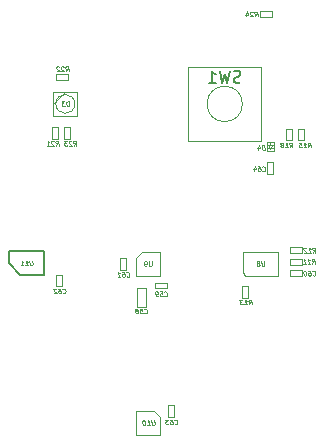
<source format=gbr>
G04 #@! TF.GenerationSoftware,KiCad,Pcbnew,(5.1.7)-1*
G04 #@! TF.CreationDate,2021-07-01T14:18:12+04:00*
G04 #@! TF.ProjectId,pcb-stm32wl,7063622d-7374-46d3-9332-776c2e6b6963,1.1*
G04 #@! TF.SameCoordinates,PX8f0d180PY6422c40*
G04 #@! TF.FileFunction,Other,Fab,Bot*
%FSLAX46Y46*%
G04 Gerber Fmt 4.6, Leading zero omitted, Abs format (unit mm)*
G04 Created by KiCad (PCBNEW (5.1.7)-1) date 2021-07-01 14:18:12*
%MOMM*%
%LPD*%
G01*
G04 APERTURE LIST*
%ADD10C,0.100000*%
%ADD11C,0.150000*%
%ADD12C,0.120000*%
G04 APERTURE END LIST*
D10*
X-992000Y-14538803D02*
X1008000Y-14538803D01*
X1008000Y-14538803D02*
X1008000Y-12538803D01*
X1008000Y-12538803D02*
X-492000Y-12538803D01*
X-492000Y-12538803D02*
X-992000Y-13038803D01*
X-992000Y-13038803D02*
X-992000Y-14538803D01*
D11*
X-10800000Y-14488803D02*
X-8800000Y-14488803D01*
X-8800000Y-14488803D02*
X-8800000Y-12488803D01*
X-8800000Y-12488803D02*
X-11800000Y-12488803D01*
X-11800000Y-12488803D02*
X-11800000Y-13488803D01*
X-11800000Y-13488803D02*
X-10800000Y-14488803D01*
D10*
X1025400Y-26512900D02*
X525400Y-26012900D01*
X1025400Y-28012900D02*
X1025400Y-26512900D01*
X-974600Y-28012900D02*
X1025400Y-28012900D01*
X-974600Y-26012900D02*
X-974600Y-28012900D01*
X525400Y-26012900D02*
X-974600Y-26012900D01*
D12*
X8012000Y-14227000D02*
X8012000Y-12527000D01*
X8012000Y-12527000D02*
X11012000Y-12527000D01*
X11012000Y-12527000D02*
X11012000Y-14527000D01*
X11012000Y-14527000D02*
X8212000Y-14527000D01*
X8012000Y-14227000D02*
X8212000Y-14527000D01*
D10*
X-8135000Y-2990000D02*
X-7595000Y-2990000D01*
X-7595000Y-2990000D02*
X-7595000Y-1940000D01*
X-7595000Y-1940000D02*
X-8135000Y-1940000D01*
X-8135000Y-1940000D02*
X-8135000Y-2990000D01*
X1614000Y-15621000D02*
X1614000Y-15121000D01*
X1614000Y-15121000D02*
X614000Y-15121000D01*
X614000Y-15121000D02*
X614000Y-15621000D01*
X614000Y-15621000D02*
X1614000Y-15621000D01*
X-930000Y-17180000D02*
X-130000Y-17180000D01*
X-130000Y-17180000D02*
X-130000Y-15580000D01*
X-130000Y-15580000D02*
X-930000Y-15580000D01*
X-930000Y-15580000D02*
X-930000Y-17180000D01*
X13010000Y-14580000D02*
X13010000Y-14080000D01*
X13010000Y-14080000D02*
X12010000Y-14080000D01*
X12010000Y-14080000D02*
X12010000Y-14580000D01*
X12010000Y-14580000D02*
X13010000Y-14580000D01*
X-1845000Y-13059000D02*
X-2345000Y-13059000D01*
X-2345000Y-13059000D02*
X-2345000Y-14059000D01*
X-2345000Y-14059000D02*
X-1845000Y-14059000D01*
X-1845000Y-14059000D02*
X-1845000Y-13059000D01*
X2203000Y-26509000D02*
X2203000Y-25509000D01*
X1703000Y-26509000D02*
X2203000Y-26509000D01*
X1703000Y-25509000D02*
X1703000Y-26509000D01*
X2203000Y-25509000D02*
X1703000Y-25509000D01*
X-7770000Y-14450000D02*
X-7770000Y-15450000D01*
X-7270000Y-14450000D02*
X-7770000Y-14450000D01*
X-7270000Y-15450000D02*
X-7270000Y-14450000D01*
X-7770000Y-15450000D02*
X-7270000Y-15450000D01*
X10100000Y-4950000D02*
X10100000Y-5950000D01*
X10600000Y-4950000D02*
X10100000Y-4950000D01*
X10600000Y-5950000D02*
X10600000Y-4950000D01*
X10100000Y-5950000D02*
X10600000Y-5950000D01*
X12014000Y-13619000D02*
X13014000Y-13619000D01*
X12014000Y-13119000D02*
X12014000Y-13619000D01*
X13014000Y-13119000D02*
X12014000Y-13119000D01*
X13014000Y-13619000D02*
X13014000Y-13119000D01*
X13204000Y-3088000D02*
X13204000Y-2088000D01*
X12704000Y-3088000D02*
X13204000Y-3088000D01*
X12704000Y-2088000D02*
X12704000Y-3088000D01*
X13204000Y-2088000D02*
X12704000Y-2088000D01*
X12000000Y-12650000D02*
X13000000Y-12650000D01*
X12000000Y-12150000D02*
X12000000Y-12650000D01*
X13000000Y-12150000D02*
X12000000Y-12150000D01*
X13000000Y-12650000D02*
X13000000Y-12150000D01*
X10500000Y7350000D02*
X10500000Y7850000D01*
X10500000Y7850000D02*
X9500000Y7850000D01*
X9500000Y7850000D02*
X9500000Y7350000D01*
X9500000Y7350000D02*
X10500000Y7350000D01*
X-7099000Y-1965000D02*
X-7099000Y-2965000D01*
X-6599000Y-1965000D02*
X-7099000Y-1965000D01*
X-6599000Y-2965000D02*
X-6599000Y-1965000D01*
X-7099000Y-2965000D02*
X-6599000Y-2965000D01*
X-8000000Y-1000000D02*
X-8000000Y1000000D01*
X-6000000Y-1000000D02*
X-8000000Y-1000000D01*
X-6000000Y1000000D02*
X-6000000Y-1000000D01*
X-8000000Y1000000D02*
X-6000000Y1000000D01*
X-8000000Y0D02*
X-7000000Y1000000D01*
X-6200000Y0D02*
G75*
G03*
X-6200000Y0I-800000J0D01*
G01*
X8000000Y-15400000D02*
X8000000Y-16400000D01*
X8500000Y-15400000D02*
X8000000Y-15400000D01*
X8500000Y-16400000D02*
X8500000Y-15400000D01*
X8000000Y-16400000D02*
X8500000Y-16400000D01*
X11688000Y-2088000D02*
X11688000Y-3088000D01*
X12188000Y-2088000D02*
X11688000Y-2088000D01*
X12188000Y-3088000D02*
X12188000Y-2088000D01*
X11688000Y-3088000D02*
X12188000Y-3088000D01*
X10350000Y-3450000D02*
X10350000Y-3350000D01*
X10550000Y-3450000D02*
X10350000Y-3750000D01*
X10150000Y-3450000D02*
X10550000Y-3450000D01*
X10350000Y-3750000D02*
X10150000Y-3450000D01*
X10350000Y-3750000D02*
X10350000Y-3850000D01*
X10150000Y-3750000D02*
X10550000Y-3750000D01*
X10650000Y-3200000D02*
X10050000Y-3200000D01*
X10650000Y-4000000D02*
X10650000Y-3200000D01*
X10050000Y-4000000D02*
X10650000Y-4000000D01*
X10050000Y-3200000D02*
X10050000Y-4000000D01*
X-6760000Y2529000D02*
X-7810000Y2529000D01*
X-6760000Y1989000D02*
X-6760000Y2529000D01*
X-7810000Y1989000D02*
X-6760000Y1989000D01*
X-7810000Y2529000D02*
X-7810000Y1989000D01*
X9600000Y-3100000D02*
X9600000Y3100000D01*
X9600000Y3100000D02*
X3400000Y3100000D01*
X3400000Y3100000D02*
X3400000Y-3100000D01*
X3400000Y-3100000D02*
X9600000Y-3100000D01*
X8000000Y0D02*
G75*
G03*
X8000000Y0I-1500000J0D01*
G01*
X312761Y-13319755D02*
X312761Y-13643564D01*
X293714Y-13681660D01*
X274666Y-13700707D01*
X236571Y-13719755D01*
X160380Y-13719755D01*
X122285Y-13700707D01*
X103238Y-13681660D01*
X84190Y-13643564D01*
X84190Y-13319755D01*
X-125334Y-13719755D02*
X-201524Y-13719755D01*
X-239620Y-13700707D01*
X-258667Y-13681660D01*
X-296762Y-13624517D01*
X-315810Y-13548326D01*
X-315810Y-13395945D01*
X-296762Y-13357850D01*
X-277715Y-13338803D01*
X-239620Y-13319755D01*
X-163429Y-13319755D01*
X-125334Y-13338803D01*
X-106286Y-13357850D01*
X-87239Y-13395945D01*
X-87239Y-13491183D01*
X-106286Y-13529279D01*
X-125334Y-13548326D01*
X-163429Y-13567374D01*
X-239620Y-13567374D01*
X-277715Y-13548326D01*
X-296762Y-13529279D01*
X-315810Y-13491183D01*
X-9811518Y-13269755D02*
X-9771042Y-13593564D01*
X-9785328Y-13631660D01*
X-9801995Y-13650707D01*
X-9837709Y-13669755D01*
X-9913899Y-13669755D01*
X-9954375Y-13650707D01*
X-9975804Y-13631660D01*
X-9999614Y-13593564D01*
X-10040090Y-13269755D01*
X-10390090Y-13669755D02*
X-10161518Y-13669755D01*
X-10275804Y-13669755D02*
X-10325804Y-13269755D01*
X-10280566Y-13326898D01*
X-10237709Y-13364993D01*
X-10197233Y-13384041D01*
X-10771042Y-13669755D02*
X-10542471Y-13669755D01*
X-10656756Y-13669755D02*
X-10706756Y-13269755D01*
X-10661518Y-13326898D01*
X-10618661Y-13364993D01*
X-10578185Y-13384041D01*
X513882Y-26793852D02*
X554358Y-27117661D01*
X540072Y-27155757D01*
X523405Y-27174804D01*
X487691Y-27193852D01*
X411501Y-27193852D01*
X371025Y-27174804D01*
X349596Y-27155757D01*
X325786Y-27117661D01*
X285310Y-26793852D01*
X-64690Y-27193852D02*
X163882Y-27193852D01*
X49596Y-27193852D02*
X-404Y-26793852D01*
X44834Y-26850995D01*
X87691Y-26889090D01*
X128167Y-26908138D01*
X-362309Y-26793852D02*
X-400404Y-26793852D01*
X-436118Y-26812900D01*
X-452785Y-26831947D01*
X-467071Y-26870042D01*
X-476595Y-26946233D01*
X-464690Y-27041471D01*
X-436118Y-27117661D01*
X-412309Y-27155757D01*
X-390880Y-27174804D01*
X-350404Y-27193852D01*
X-312309Y-27193852D01*
X-276595Y-27174804D01*
X-259928Y-27155757D01*
X-245642Y-27117661D01*
X-236118Y-27041471D01*
X-248023Y-26946233D01*
X-276595Y-26870042D01*
X-300404Y-26831947D01*
X-321833Y-26812900D01*
X-362309Y-26793852D01*
X9810005Y-13307952D02*
X9850482Y-13631761D01*
X9836196Y-13669857D01*
X9819529Y-13688904D01*
X9783815Y-13707952D01*
X9707625Y-13707952D01*
X9667148Y-13688904D01*
X9645720Y-13669857D01*
X9621910Y-13631761D01*
X9581434Y-13307952D01*
X9355244Y-13479380D02*
X9390958Y-13460333D01*
X9407625Y-13441285D01*
X9421910Y-13403190D01*
X9419529Y-13384142D01*
X9395720Y-13346047D01*
X9374291Y-13327000D01*
X9333815Y-13307952D01*
X9257625Y-13307952D01*
X9221910Y-13327000D01*
X9205244Y-13346047D01*
X9190958Y-13384142D01*
X9193339Y-13403190D01*
X9217148Y-13441285D01*
X9238577Y-13460333D01*
X9279053Y-13479380D01*
X9355244Y-13479380D01*
X9395720Y-13498428D01*
X9417148Y-13517476D01*
X9440958Y-13555571D01*
X9450482Y-13631761D01*
X9436196Y-13669857D01*
X9419529Y-13688904D01*
X9383815Y-13707952D01*
X9307625Y-13707952D01*
X9267148Y-13688904D01*
X9245720Y-13669857D01*
X9221910Y-13631761D01*
X9212386Y-13555571D01*
X9226672Y-13517476D01*
X9243339Y-13498428D01*
X9279053Y-13479380D01*
X-7799614Y-3530952D02*
X-7690090Y-3340476D01*
X-7571042Y-3530952D02*
X-7621042Y-3130952D01*
X-7773423Y-3130952D01*
X-7809137Y-3150000D01*
X-7825804Y-3169047D01*
X-7840090Y-3207142D01*
X-7832947Y-3264285D01*
X-7809137Y-3302380D01*
X-7787709Y-3321428D01*
X-7747233Y-3340476D01*
X-7594852Y-3340476D01*
X-7997233Y-3169047D02*
X-8018661Y-3150000D01*
X-8059137Y-3130952D01*
X-8154375Y-3130952D01*
X-8190090Y-3150000D01*
X-8206756Y-3169047D01*
X-8221042Y-3207142D01*
X-8216280Y-3245238D01*
X-8190090Y-3302380D01*
X-7932947Y-3530952D01*
X-8180566Y-3530952D01*
X-8561518Y-3530952D02*
X-8332947Y-3530952D01*
X-8447233Y-3530952D02*
X-8497233Y-3130952D01*
X-8451995Y-3188095D01*
X-8409137Y-3226190D01*
X-8368661Y-3245238D01*
X1395625Y-16242857D02*
X1417053Y-16261904D01*
X1476577Y-16280952D01*
X1514672Y-16280952D01*
X1569434Y-16261904D01*
X1602767Y-16223809D01*
X1617053Y-16185714D01*
X1626577Y-16109523D01*
X1619434Y-16052380D01*
X1590863Y-15976190D01*
X1567053Y-15938095D01*
X1524196Y-15900000D01*
X1464672Y-15880952D01*
X1426577Y-15880952D01*
X1371815Y-15900000D01*
X1355148Y-15919047D01*
X988482Y-15880952D02*
X1178958Y-15880952D01*
X1221815Y-16071428D01*
X1200386Y-16052380D01*
X1159910Y-16033333D01*
X1064672Y-16033333D01*
X1028958Y-16052380D01*
X1012291Y-16071428D01*
X998005Y-16109523D01*
X1009910Y-16204761D01*
X1033720Y-16242857D01*
X1055148Y-16261904D01*
X1095625Y-16280952D01*
X1190863Y-16280952D01*
X1226577Y-16261904D01*
X1243244Y-16242857D01*
X828958Y-16280952D02*
X752767Y-16280952D01*
X712291Y-16261904D01*
X690863Y-16242857D01*
X645625Y-16185714D01*
X617053Y-16109523D01*
X598005Y-15957142D01*
X612291Y-15919047D01*
X628958Y-15900000D01*
X664672Y-15880952D01*
X740863Y-15880952D01*
X781339Y-15900000D01*
X802767Y-15919047D01*
X826577Y-15957142D01*
X838482Y-16052380D01*
X824196Y-16090476D01*
X807529Y-16109523D01*
X771815Y-16128571D01*
X695625Y-16128571D01*
X655148Y-16109523D01*
X633720Y-16090476D01*
X609910Y-16052380D01*
X-304375Y-17692857D02*
X-282947Y-17711904D01*
X-223423Y-17730952D01*
X-185328Y-17730952D01*
X-130566Y-17711904D01*
X-97233Y-17673809D01*
X-82947Y-17635714D01*
X-73423Y-17559523D01*
X-80566Y-17502380D01*
X-109137Y-17426190D01*
X-132947Y-17388095D01*
X-175804Y-17350000D01*
X-235328Y-17330952D01*
X-273423Y-17330952D01*
X-328185Y-17350000D01*
X-344852Y-17369047D01*
X-711518Y-17330952D02*
X-521042Y-17330952D01*
X-478185Y-17521428D01*
X-499614Y-17502380D01*
X-540090Y-17483333D01*
X-635328Y-17483333D01*
X-671042Y-17502380D01*
X-687709Y-17521428D01*
X-701995Y-17559523D01*
X-690090Y-17654761D01*
X-666280Y-17692857D01*
X-644852Y-17711904D01*
X-604375Y-17730952D01*
X-509137Y-17730952D01*
X-473423Y-17711904D01*
X-456756Y-17692857D01*
X-937709Y-17502380D02*
X-901995Y-17483333D01*
X-885328Y-17464285D01*
X-871042Y-17426190D01*
X-873423Y-17407142D01*
X-897233Y-17369047D01*
X-918661Y-17350000D01*
X-959137Y-17330952D01*
X-1035328Y-17330952D01*
X-1071042Y-17350000D01*
X-1087709Y-17369047D01*
X-1101995Y-17407142D01*
X-1099614Y-17426190D01*
X-1075804Y-17464285D01*
X-1054375Y-17483333D01*
X-1013899Y-17502380D01*
X-937709Y-17502380D01*
X-897233Y-17521428D01*
X-875804Y-17540476D01*
X-851995Y-17578571D01*
X-842471Y-17654761D01*
X-856756Y-17692857D01*
X-873423Y-17711904D01*
X-909137Y-17730952D01*
X-985328Y-17730952D01*
X-1025804Y-17711904D01*
X-1047233Y-17692857D01*
X-1071042Y-17654761D01*
X-1080566Y-17578571D01*
X-1066280Y-17540476D01*
X-1049614Y-17521428D01*
X-1013899Y-17502380D01*
X13945625Y-14492857D02*
X13967053Y-14511904D01*
X14026577Y-14530952D01*
X14064672Y-14530952D01*
X14119434Y-14511904D01*
X14152767Y-14473809D01*
X14167053Y-14435714D01*
X14176577Y-14359523D01*
X14169434Y-14302380D01*
X14140863Y-14226190D01*
X14117053Y-14188095D01*
X14074196Y-14150000D01*
X14014672Y-14130952D01*
X13976577Y-14130952D01*
X13921815Y-14150000D01*
X13905148Y-14169047D01*
X13557529Y-14130952D02*
X13633720Y-14130952D01*
X13674196Y-14150000D01*
X13695625Y-14169047D01*
X13740863Y-14226190D01*
X13769434Y-14302380D01*
X13788482Y-14454761D01*
X13774196Y-14492857D01*
X13757529Y-14511904D01*
X13721815Y-14530952D01*
X13645625Y-14530952D01*
X13605148Y-14511904D01*
X13583720Y-14492857D01*
X13559910Y-14454761D01*
X13548005Y-14359523D01*
X13562291Y-14321428D01*
X13578958Y-14302380D01*
X13614672Y-14283333D01*
X13690863Y-14283333D01*
X13731339Y-14302380D01*
X13752767Y-14321428D01*
X13776577Y-14359523D01*
X13271815Y-14130952D02*
X13233720Y-14130952D01*
X13198005Y-14150000D01*
X13181339Y-14169047D01*
X13167053Y-14207142D01*
X13157529Y-14283333D01*
X13169434Y-14378571D01*
X13198005Y-14454761D01*
X13221815Y-14492857D01*
X13243244Y-14511904D01*
X13283720Y-14530952D01*
X13321815Y-14530952D01*
X13357529Y-14511904D01*
X13374196Y-14492857D01*
X13388482Y-14454761D01*
X13398005Y-14378571D01*
X13386101Y-14283333D01*
X13357529Y-14207142D01*
X13333720Y-14169047D01*
X13312291Y-14150000D01*
X13271815Y-14130952D01*
X-1804375Y-14592857D02*
X-1782947Y-14611904D01*
X-1723423Y-14630952D01*
X-1685328Y-14630952D01*
X-1630566Y-14611904D01*
X-1597233Y-14573809D01*
X-1582947Y-14535714D01*
X-1573423Y-14459523D01*
X-1580566Y-14402380D01*
X-1609137Y-14326190D01*
X-1632947Y-14288095D01*
X-1675804Y-14250000D01*
X-1735328Y-14230952D01*
X-1773423Y-14230952D01*
X-1828185Y-14250000D01*
X-1844852Y-14269047D01*
X-2192471Y-14230952D02*
X-2116280Y-14230952D01*
X-2075804Y-14250000D01*
X-2054375Y-14269047D01*
X-2009137Y-14326190D01*
X-1980566Y-14402380D01*
X-1961518Y-14554761D01*
X-1975804Y-14592857D01*
X-1992471Y-14611904D01*
X-2028185Y-14630952D01*
X-2104375Y-14630952D01*
X-2144852Y-14611904D01*
X-2166280Y-14592857D01*
X-2190090Y-14554761D01*
X-2201995Y-14459523D01*
X-2187709Y-14421428D01*
X-2171042Y-14402380D01*
X-2135328Y-14383333D01*
X-2059137Y-14383333D01*
X-2018661Y-14402380D01*
X-1997233Y-14421428D01*
X-1973423Y-14459523D01*
X-2561518Y-14630952D02*
X-2332947Y-14630952D01*
X-2447233Y-14630952D02*
X-2497233Y-14230952D01*
X-2451995Y-14288095D01*
X-2409137Y-14326190D01*
X-2368661Y-14345238D01*
X2248625Y-27092857D02*
X2270053Y-27111904D01*
X2329577Y-27130952D01*
X2367672Y-27130952D01*
X2422434Y-27111904D01*
X2455767Y-27073809D01*
X2470053Y-27035714D01*
X2479577Y-26959523D01*
X2472434Y-26902380D01*
X2443863Y-26826190D01*
X2420053Y-26788095D01*
X2377196Y-26750000D01*
X2317672Y-26730952D01*
X2279577Y-26730952D01*
X2224815Y-26750000D01*
X2208148Y-26769047D01*
X1860529Y-26730952D02*
X1936720Y-26730952D01*
X1977196Y-26750000D01*
X1998625Y-26769047D01*
X2043863Y-26826190D01*
X2072434Y-26902380D01*
X2091482Y-27054761D01*
X2077196Y-27092857D01*
X2060529Y-27111904D01*
X2024815Y-27130952D01*
X1948625Y-27130952D01*
X1908148Y-27111904D01*
X1886720Y-27092857D01*
X1862910Y-27054761D01*
X1851005Y-26959523D01*
X1865291Y-26921428D01*
X1881958Y-26902380D01*
X1917672Y-26883333D01*
X1993863Y-26883333D01*
X2034339Y-26902380D01*
X2055767Y-26921428D01*
X2079577Y-26959523D01*
X1689101Y-26730952D02*
X1441482Y-26730952D01*
X1593863Y-26883333D01*
X1536720Y-26883333D01*
X1501005Y-26902380D01*
X1484339Y-26921428D01*
X1470053Y-26959523D01*
X1481958Y-27054761D01*
X1505767Y-27092857D01*
X1527196Y-27111904D01*
X1567672Y-27130952D01*
X1681958Y-27130952D01*
X1717672Y-27111904D01*
X1734339Y-27092857D01*
X-7204375Y-15992857D02*
X-7182947Y-16011904D01*
X-7123423Y-16030952D01*
X-7085328Y-16030952D01*
X-7030566Y-16011904D01*
X-6997233Y-15973809D01*
X-6982947Y-15935714D01*
X-6973423Y-15859523D01*
X-6980566Y-15802380D01*
X-7009137Y-15726190D01*
X-7032947Y-15688095D01*
X-7075804Y-15650000D01*
X-7135328Y-15630952D01*
X-7173423Y-15630952D01*
X-7228185Y-15650000D01*
X-7244852Y-15669047D01*
X-7592471Y-15630952D02*
X-7516280Y-15630952D01*
X-7475804Y-15650000D01*
X-7454375Y-15669047D01*
X-7409137Y-15726190D01*
X-7380566Y-15802380D01*
X-7361518Y-15954761D01*
X-7375804Y-15992857D01*
X-7392471Y-16011904D01*
X-7428185Y-16030952D01*
X-7504375Y-16030952D01*
X-7544852Y-16011904D01*
X-7566280Y-15992857D01*
X-7590090Y-15954761D01*
X-7601995Y-15859523D01*
X-7587709Y-15821428D01*
X-7571042Y-15802380D01*
X-7535328Y-15783333D01*
X-7459137Y-15783333D01*
X-7418661Y-15802380D01*
X-7397233Y-15821428D01*
X-7373423Y-15859523D01*
X-7778185Y-15669047D02*
X-7799614Y-15650000D01*
X-7840090Y-15630952D01*
X-7935328Y-15630952D01*
X-7971042Y-15650000D01*
X-7987709Y-15669047D01*
X-8001995Y-15707142D01*
X-7997233Y-15745238D01*
X-7971042Y-15802380D01*
X-7713899Y-16030952D01*
X-7961518Y-16030952D01*
X9695625Y-5642857D02*
X9717053Y-5661904D01*
X9776577Y-5680952D01*
X9814672Y-5680952D01*
X9869434Y-5661904D01*
X9902767Y-5623809D01*
X9917053Y-5585714D01*
X9926577Y-5509523D01*
X9919434Y-5452380D01*
X9890863Y-5376190D01*
X9867053Y-5338095D01*
X9824196Y-5300000D01*
X9764672Y-5280952D01*
X9726577Y-5280952D01*
X9671815Y-5300000D01*
X9655148Y-5319047D01*
X9307529Y-5280952D02*
X9383720Y-5280952D01*
X9424196Y-5300000D01*
X9445625Y-5319047D01*
X9490863Y-5376190D01*
X9519434Y-5452380D01*
X9538482Y-5604761D01*
X9524196Y-5642857D01*
X9507529Y-5661904D01*
X9471815Y-5680952D01*
X9395625Y-5680952D01*
X9355148Y-5661904D01*
X9333720Y-5642857D01*
X9309910Y-5604761D01*
X9298005Y-5509523D01*
X9312291Y-5471428D01*
X9328958Y-5452380D01*
X9364672Y-5433333D01*
X9440863Y-5433333D01*
X9481339Y-5452380D01*
X9502767Y-5471428D01*
X9526577Y-5509523D01*
X8943244Y-5414285D02*
X8976577Y-5680952D01*
X9019434Y-5261904D02*
X9150386Y-5547619D01*
X8902767Y-5547619D01*
X13900386Y-13530952D02*
X14009910Y-13340476D01*
X14128958Y-13530952D02*
X14078958Y-13130952D01*
X13926577Y-13130952D01*
X13890863Y-13150000D01*
X13874196Y-13169047D01*
X13859910Y-13207142D01*
X13867053Y-13264285D01*
X13890863Y-13302380D01*
X13912291Y-13321428D01*
X13952767Y-13340476D01*
X14105148Y-13340476D01*
X13519434Y-13530952D02*
X13748005Y-13530952D01*
X13633720Y-13530952D02*
X13583720Y-13130952D01*
X13628958Y-13188095D01*
X13671815Y-13226190D01*
X13712291Y-13245238D01*
X13138482Y-13530952D02*
X13367053Y-13530952D01*
X13252767Y-13530952D02*
X13202767Y-13130952D01*
X13248005Y-13188095D01*
X13290863Y-13226190D01*
X13331339Y-13245238D01*
X13550386Y-3680952D02*
X13659910Y-3490476D01*
X13778958Y-3680952D02*
X13728958Y-3280952D01*
X13576577Y-3280952D01*
X13540863Y-3300000D01*
X13524196Y-3319047D01*
X13509910Y-3357142D01*
X13517053Y-3414285D01*
X13540863Y-3452380D01*
X13562291Y-3471428D01*
X13602767Y-3490476D01*
X13755148Y-3490476D01*
X13169434Y-3680952D02*
X13398005Y-3680952D01*
X13283720Y-3680952D02*
X13233720Y-3280952D01*
X13278958Y-3338095D01*
X13321815Y-3376190D01*
X13362291Y-3395238D01*
X12757529Y-3280952D02*
X12948005Y-3280952D01*
X12990863Y-3471428D01*
X12969434Y-3452380D01*
X12928958Y-3433333D01*
X12833720Y-3433333D01*
X12798005Y-3452380D01*
X12781339Y-3471428D01*
X12767053Y-3509523D01*
X12778958Y-3604761D01*
X12802767Y-3642857D01*
X12824196Y-3661904D01*
X12864672Y-3680952D01*
X12959910Y-3680952D01*
X12995625Y-3661904D01*
X13012291Y-3642857D01*
X13950386Y-12580952D02*
X14059910Y-12390476D01*
X14178958Y-12580952D02*
X14128958Y-12180952D01*
X13976577Y-12180952D01*
X13940863Y-12200000D01*
X13924196Y-12219047D01*
X13909910Y-12257142D01*
X13917053Y-12314285D01*
X13940863Y-12352380D01*
X13962291Y-12371428D01*
X14002767Y-12390476D01*
X14155148Y-12390476D01*
X13569434Y-12580952D02*
X13798005Y-12580952D01*
X13683720Y-12580952D02*
X13633720Y-12180952D01*
X13678958Y-12238095D01*
X13721815Y-12276190D01*
X13762291Y-12295238D01*
X13371815Y-12219047D02*
X13350386Y-12200000D01*
X13309910Y-12180952D01*
X13214672Y-12180952D01*
X13178958Y-12200000D01*
X13162291Y-12219047D01*
X13148005Y-12257142D01*
X13152767Y-12295238D01*
X13178958Y-12352380D01*
X13436101Y-12580952D01*
X13188482Y-12580952D01*
X9050386Y7419048D02*
X9159910Y7609524D01*
X9278958Y7419048D02*
X9228958Y7819048D01*
X9076577Y7819048D01*
X9040863Y7800000D01*
X9024196Y7780953D01*
X9009910Y7742858D01*
X9017053Y7685715D01*
X9040863Y7647620D01*
X9062291Y7628572D01*
X9102767Y7609524D01*
X9255148Y7609524D01*
X8852767Y7780953D02*
X8831339Y7800000D01*
X8790863Y7819048D01*
X8695625Y7819048D01*
X8659910Y7800000D01*
X8643244Y7780953D01*
X8628958Y7742858D01*
X8633720Y7704762D01*
X8659910Y7647620D01*
X8917053Y7419048D01*
X8669434Y7419048D01*
X8293244Y7685715D02*
X8326577Y7419048D01*
X8369434Y7838096D02*
X8500386Y7552381D01*
X8252767Y7552381D01*
X-6299614Y-3530952D02*
X-6190090Y-3340476D01*
X-6071042Y-3530952D02*
X-6121042Y-3130952D01*
X-6273423Y-3130952D01*
X-6309137Y-3150000D01*
X-6325804Y-3169047D01*
X-6340090Y-3207142D01*
X-6332947Y-3264285D01*
X-6309137Y-3302380D01*
X-6287709Y-3321428D01*
X-6247233Y-3340476D01*
X-6094852Y-3340476D01*
X-6497233Y-3169047D02*
X-6518661Y-3150000D01*
X-6559137Y-3130952D01*
X-6654375Y-3130952D01*
X-6690090Y-3150000D01*
X-6706756Y-3169047D01*
X-6721042Y-3207142D01*
X-6716280Y-3245238D01*
X-6690090Y-3302380D01*
X-6432947Y-3530952D01*
X-6680566Y-3530952D01*
X-6863899Y-3130952D02*
X-7111518Y-3130952D01*
X-6959137Y-3283333D01*
X-7016280Y-3283333D01*
X-7051995Y-3302380D01*
X-7068661Y-3321428D01*
X-7082947Y-3359523D01*
X-7071042Y-3454761D01*
X-7047233Y-3492857D01*
X-7025804Y-3511904D01*
X-6985328Y-3530952D01*
X-6871042Y-3530952D01*
X-6835328Y-3511904D01*
X-6818661Y-3492857D01*
X-6661518Y-180952D02*
X-6711518Y219048D01*
X-6806756Y219048D01*
X-6861518Y200000D01*
X-6894852Y161905D01*
X-6909137Y123810D01*
X-6918661Y47620D01*
X-6911518Y-9523D01*
X-6882947Y-85714D01*
X-6859137Y-123809D01*
X-6816280Y-161904D01*
X-6756756Y-180952D01*
X-6661518Y-180952D01*
X-7073423Y219048D02*
X-7321042Y219048D01*
X-7168661Y66667D01*
X-7225804Y66667D01*
X-7261518Y47620D01*
X-7278185Y28572D01*
X-7292471Y-9523D01*
X-7280566Y-104761D01*
X-7256756Y-142857D01*
X-7235328Y-161904D01*
X-7194852Y-180952D01*
X-7080566Y-180952D01*
X-7044852Y-161904D01*
X-7028185Y-142857D01*
X8550386Y-16980952D02*
X8659910Y-16790476D01*
X8778958Y-16980952D02*
X8728958Y-16580952D01*
X8576577Y-16580952D01*
X8540863Y-16600000D01*
X8524196Y-16619047D01*
X8509910Y-16657142D01*
X8517053Y-16714285D01*
X8540863Y-16752380D01*
X8562291Y-16771428D01*
X8602767Y-16790476D01*
X8755148Y-16790476D01*
X8169434Y-16980952D02*
X8398005Y-16980952D01*
X8283720Y-16980952D02*
X8233720Y-16580952D01*
X8278958Y-16638095D01*
X8321815Y-16676190D01*
X8362291Y-16695238D01*
X7986101Y-16580952D02*
X7738482Y-16580952D01*
X7890863Y-16733333D01*
X7833720Y-16733333D01*
X7798005Y-16752380D01*
X7781339Y-16771428D01*
X7767053Y-16809523D01*
X7778958Y-16904761D01*
X7802767Y-16942857D01*
X7824196Y-16961904D01*
X7864672Y-16980952D01*
X7978958Y-16980952D01*
X8014672Y-16961904D01*
X8031339Y-16942857D01*
X12000386Y-3680952D02*
X12109910Y-3490476D01*
X12228958Y-3680952D02*
X12178958Y-3280952D01*
X12026577Y-3280952D01*
X11990863Y-3300000D01*
X11974196Y-3319047D01*
X11959910Y-3357142D01*
X11967053Y-3414285D01*
X11990863Y-3452380D01*
X12012291Y-3471428D01*
X12052767Y-3490476D01*
X12205148Y-3490476D01*
X11619434Y-3680952D02*
X11848005Y-3680952D01*
X11733720Y-3680952D02*
X11683720Y-3280952D01*
X11728958Y-3338095D01*
X11771815Y-3376190D01*
X11812291Y-3395238D01*
X11362291Y-3452380D02*
X11398005Y-3433333D01*
X11414672Y-3414285D01*
X11428958Y-3376190D01*
X11426577Y-3357142D01*
X11402767Y-3319047D01*
X11381339Y-3300000D01*
X11340863Y-3280952D01*
X11264672Y-3280952D01*
X11228958Y-3300000D01*
X11212291Y-3319047D01*
X11198005Y-3357142D01*
X11200386Y-3376190D01*
X11224196Y-3414285D01*
X11245625Y-3433333D01*
X11286101Y-3452380D01*
X11362291Y-3452380D01*
X11402767Y-3471428D01*
X11424196Y-3490476D01*
X11448005Y-3528571D01*
X11457529Y-3604761D01*
X11443244Y-3642857D01*
X11426577Y-3661904D01*
X11390863Y-3680952D01*
X11314672Y-3680952D01*
X11274196Y-3661904D01*
X11252767Y-3642857D01*
X11228958Y-3604761D01*
X11219434Y-3528571D01*
X11233720Y-3490476D01*
X11250386Y-3471428D01*
X11286101Y-3452380D01*
X9888482Y-3880952D02*
X9838482Y-3480952D01*
X9743244Y-3480952D01*
X9688482Y-3500000D01*
X9655148Y-3538095D01*
X9640863Y-3576190D01*
X9631339Y-3652380D01*
X9638482Y-3709523D01*
X9667053Y-3785714D01*
X9690863Y-3823809D01*
X9733720Y-3861904D01*
X9793244Y-3880952D01*
X9888482Y-3880952D01*
X9283720Y-3614285D02*
X9317053Y-3880952D01*
X9359910Y-3461904D02*
X9490863Y-3747619D01*
X9243244Y-3747619D01*
X-6949614Y2769048D02*
X-6840090Y2959524D01*
X-6721042Y2769048D02*
X-6771042Y3169048D01*
X-6923423Y3169048D01*
X-6959137Y3150000D01*
X-6975804Y3130953D01*
X-6990090Y3092858D01*
X-6982947Y3035715D01*
X-6959137Y2997620D01*
X-6937709Y2978572D01*
X-6897233Y2959524D01*
X-6744852Y2959524D01*
X-7147233Y3130953D02*
X-7168661Y3150000D01*
X-7209137Y3169048D01*
X-7304375Y3169048D01*
X-7340090Y3150000D01*
X-7356756Y3130953D01*
X-7371042Y3092858D01*
X-7366280Y3054762D01*
X-7340090Y2997620D01*
X-7082947Y2769048D01*
X-7330566Y2769048D01*
X-7528185Y3130953D02*
X-7549614Y3150000D01*
X-7590090Y3169048D01*
X-7685328Y3169048D01*
X-7721042Y3150000D01*
X-7737709Y3130953D01*
X-7751995Y3092858D01*
X-7747233Y3054762D01*
X-7721042Y2997620D01*
X-7463899Y2769048D01*
X-7711518Y2769048D01*
D11*
X7833333Y1845239D02*
X7690476Y1797620D01*
X7452380Y1797620D01*
X7357142Y1845239D01*
X7309523Y1892858D01*
X7261904Y1988096D01*
X7261904Y2083334D01*
X7309523Y2178572D01*
X7357142Y2226191D01*
X7452380Y2273810D01*
X7642857Y2321429D01*
X7738095Y2369048D01*
X7785714Y2416667D01*
X7833333Y2511905D01*
X7833333Y2607143D01*
X7785714Y2702381D01*
X7738095Y2750000D01*
X7642857Y2797620D01*
X7404761Y2797620D01*
X7261904Y2750000D01*
X6928571Y2797620D02*
X6690476Y1797620D01*
X6500000Y2511905D01*
X6309523Y1797620D01*
X6071428Y2797620D01*
X5166666Y1797620D02*
X5738095Y1797620D01*
X5452380Y1797620D02*
X5452380Y2797620D01*
X5547619Y2654762D01*
X5642857Y2559524D01*
X5738095Y2511905D01*
M02*

</source>
